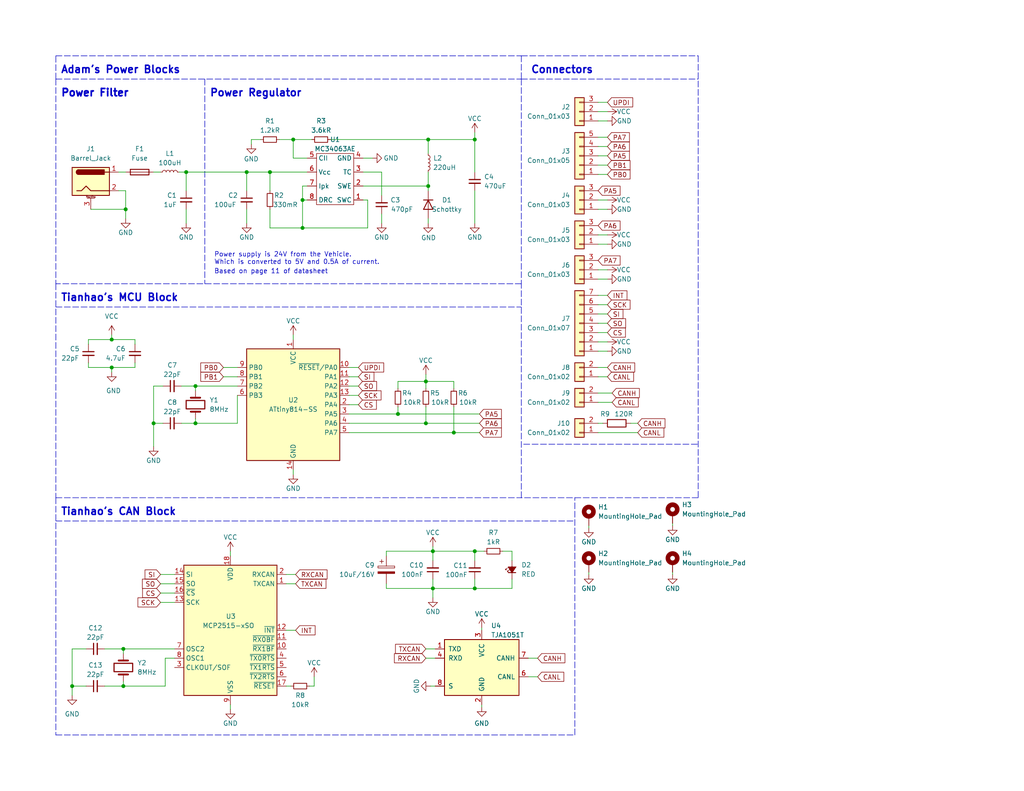
<source format=kicad_sch>
(kicad_sch (version 20211123) (generator eeschema)
  (paper "USLetter")
  (title_block (title "Chain Stretch Monitor Complete Circuit") (date "2023-02-22") (rev "1") (company "Oregon State ECE Senior Design") (comment 1 "Block Champion: Kai Roy") (comment 2 "Team Members: Adam G, Corbin K, Tianhao L"))
  (lib_symbols
    (symbol "Connector:Barrel_Jack_MountingPin" (pin_names hide)
      (property "Reference" "J1" (at 0 8.89 0))
      (property "Value" "Barrel_Jack" (at 0 6.35 0))
      (symbol "Barrel_Jack_MountingPin_1_1"
        (text "Mounting" (at 0 -4.191 0) (effects (font (size 0.381 0.381))))
        (pin passive line (at 7.62 2.54 180) (length 2.54) (name "~") (number "1"))
        (pin passive line (at 7.62 -2.54 180) (length 2.54) (name "~") (number "2"))
        (pin passive line (at 0 -7.62 90) (length 3.048) (name "MountPin") (number "3"))
      )
    )
    (symbol "Connector_Generic:Conn_01x02" (pin_names (offset 1.016) hide)
      (property "Reference" "J" (at 0 2.54 0))
      (property "Value" "Conn_01x02" (at 0 -5.08 0))
      (symbol "Conn_01x02_1_1"
        (pin passive line (at -5.08 0 0) (length 3.81) (name "Pin_1") (number "1"))
        (pin passive line (at -5.08 -2.54 0) (length 3.81) (name "Pin_2") (number "2"))
      )
    )
    (symbol "Connector_Generic:Conn_01x03" (pin_names (offset 1.016) hide)
      (property "Reference" "J" (at 0 5.08 0))
      (property "Value" "Conn_01x03" (at 0 -5.08 0))
      (symbol "Conn_01x03_1_1"
        (pin passive line (at -5.08 2.54 0) (length 3.81) (name "Pin_1") (number "1"))
        (pin passive line (at -5.08 0 0) (length 3.81) (name "Pin_2") (number "2"))
        (pin passive line (at -5.08 -2.54 0) (length 3.81) (name "Pin_3") (number "3"))
      )
    )
    (symbol "Connector_Generic:Conn_01x05" (pin_names (offset 1.016) hide)
      (property "Reference" "J" (at 0 7.62 0))
      (property "Value" "Conn_01x05" (at 0 -7.62 0))
      (symbol "Conn_01x05_1_1"
        (pin passive line (at -5.08 5.08 0) (length 3.81) (name "Pin_1") (number "1"))
        (pin passive line (at -5.08 2.54 0) (length 3.81) (name "Pin_2") (number "2"))
        (pin passive line (at -5.08 0 0) (length 3.81) (name "Pin_3") (number "3"))
        (pin passive line (at -5.08 -2.54 0) (length 3.81) (name "Pin_4") (number "4"))
        (pin passive line (at -5.08 -5.08 0) (length 3.81) (name "Pin_5") (number "5"))
      )
    )
    (symbol "Connector_Generic:Conn_01x07" (pin_names (offset 1.016) hide)
      (property "Reference" "J" (at 0 10.16 0))
      (property "Value" "Conn_01x07" (at 0 -10.16 0))
      (symbol "Conn_01x07_1_1"
        (pin passive line (at -5.08 7.62 0) (length 3.81) (name "Pin_1") (number "1"))
        (pin passive line (at -5.08 5.08 0) (length 3.81) (name "Pin_2") (number "2"))
        (pin passive line (at -5.08 2.54 0) (length 3.81) (name "Pin_3") (number "3"))
        (pin passive line (at -5.08 0 0) (length 3.81) (name "Pin_4") (number "4"))
        (pin passive line (at -5.08 -2.54 0) (length 3.81) (name "Pin_5") (number "5"))
        (pin passive line (at -5.08 -5.08 0) (length 3.81) (name "Pin_6") (number "6"))
        (pin passive line (at -5.08 -7.62 0) (length 3.81) (name "Pin_7") (number "7"))
      )
    )
    (symbol "Device:C_Polarized" (pin_numbers hide) (pin_names (offset 0.254))
      (property "Reference" "C" (at 0.635 2.54 0))
      (property "Value" "C_Polarized" (at 0.635 -2.54 0))
      (symbol "C_Polarized_1_1"
        (pin passive line (at 0 3.81 270) (length 2.794) (name "~") (number "1"))
        (pin passive line (at 0 -3.81 90) (length 2.794) (name "~") (number "2"))
      )
    )
    (symbol "Device:C_Small" (pin_numbers hide) (pin_names (offset 0.254) hide)
      (property "Reference" "C" (at 0.254 1.778 0))
      (property "Value" "C_Small" (at 0.254 -2.032 0))
      (symbol "C_Small_1_1"
        (pin passive line (at 0 2.54 270) (length 2.032) (name "~") (number "1"))
        (pin passive line (at 0 -2.54 90) (length 2.032) (name "~") (number "2"))
      )
    )
    (symbol "Device:Crystal" (pin_numbers hide) (pin_names (offset 1.016) hide)
      (property "Reference" "Y" (at 0 3.81 0))
      (property "Value" "Crystal" (at 0 -3.81 0))
      (symbol "Crystal_1_1"
        (pin passive line (at -3.81 0 0) (length 1.27) (name "1") (number "1"))
        (pin passive line (at 3.81 0 180) (length 1.27) (name "2") (number "2"))
      )
    )
    (symbol "Device:D" (pin_numbers hide) (pin_names (offset 1.016) hide)
      (property "Reference" "D" (at 0 2.54 0))
      (property "Value" "D" (at 0 -2.54 0))
      (symbol "D_1_1"
        (pin passive line (at -3.81 0 0) (length 2.54) (name "K") (number "1"))
        (pin passive line (at 3.81 0 180) (length 2.54) (name "A") (number "2"))
      )
    )
    (symbol "Device:Fuse" (pin_numbers hide) (pin_names (offset 0))
      (property "Reference" "F" (at 2.032 0 90))
      (property "Value" "Fuse" (at -1.905 0 90))
      (symbol "Fuse_1_1"
        (pin passive line (at 0 3.81 270) (length 1.27) (name "~") (number "1"))
        (pin passive line (at 0 -3.81 90) (length 1.27) (name "~") (number "2"))
      )
    )
    (symbol "Device:LED_Small_Filled" (pin_numbers hide) (pin_names (offset 0.254) hide)
      (property "Reference" "D" (at -1.27 3.175 0))
      (property "Value" "LED_Small_Filled" (at -4.445 -2.54 0))
      (symbol "LED_Small_Filled_1_1"
        (pin passive line (at -2.54 0 0) (length 1.778) (name "K") (number "1"))
        (pin passive line (at 2.54 0 180) (length 1.778) (name "A") (number "2"))
      )
    )
    (symbol "Device:L_Small" (pin_numbers hide) (pin_names (offset 0.254) hide)
      (property "Reference" "L" (at 0.762 1.016 0))
      (property "Value" "L_Small" (at 0.762 -1.016 0))
      (symbol "L_Small_1_1"
        (pin passive line (at 0 2.54 270) (length 0.508) (name "~") (number "1"))
        (pin passive line (at 0 -2.54 90) (length 0.508) (name "~") (number "2"))
      )
    )
    (symbol "Device:R" (pin_numbers hide) (pin_names (offset 0))
      (property "Reference" "R" (at 2.032 0 90))
      (property "Value" "R" (at 0 0 90))
      (symbol "R_1_1"
        (pin passive line (at 0 3.81 270) (length 1.27) (name "~") (number "1"))
        (pin passive line (at 0 -3.81 90) (length 1.27) (name "~") (number "2"))
      )
    )
    (symbol "Device:R_Small" (pin_numbers hide) (pin_names (offset 0.254) hide)
      (property "Reference" "R" (at 0.762 0.508 0))
      (property "Value" "R_Small" (at 0.762 -1.016 0))
      (symbol "R_Small_1_1"
        (pin passive line (at 0 2.54 270) (length 0.762) (name "~") (number "1"))
        (pin passive line (at 0 -2.54 90) (length 0.762) (name "~") (number "2"))
      )
    )
    (symbol "Interface_CAN_LIN:MCP2515-xSO"
      (property "Reference" "U" (at -10.16 19.685 0))
      (property "Value" "MCP2515-xSO" (at 19.05 20.32 0))
      (symbol "MCP2515-xSO_1_1"
        (pin output line (at 15.24 12.7 180) (length 2.54) (name "TXCAN") (number "1"))
        (pin output line (at 15.24 -5.08 180) (length 2.54) (name "~{RX1BF}") (number "10"))
        (pin output line (at 15.24 -2.54 180) (length 2.54) (name "~{RX0BF}") (number "11"))
        (pin output line (at 15.24 0 180) (length 2.54) (name "~{INT}") (number "12"))
        (pin input line (at -15.24 7.62 0) (length 2.54) (name "SCK") (number "13"))
        (pin input line (at -15.24 15.24 0) (length 2.54) (name "SI") (number "14"))
        (pin output line (at -15.24 12.7 0) (length 2.54) (name "SO") (number "15"))
        (pin input line (at -15.24 10.16 0) (length 2.54) (name "~{CS}") (number "16"))
        (pin input line (at 15.24 -15.24 180) (length 2.54) (name "~{RESET}") (number "17"))
        (pin power_in line (at 0 20.32 270) (length 2.54) (name "VDD") (number "18"))
        (pin input line (at 15.24 15.24 180) (length 2.54) (name "RXCAN") (number "2"))
        (pin output line (at -15.24 -10.16 0) (length 2.54) (name "CLKOUT/SOF") (number "3"))
        (pin input line (at 15.24 -7.62 180) (length 2.54) (name "~{TX0RTS}") (number "4"))
        (pin input line (at 15.24 -10.16 180) (length 2.54) (name "~{TX1RTS}") (number "5"))
        (pin input line (at 15.24 -12.7 180) (length 2.54) (name "~{TX2RTS}") (number "6"))
        (pin output line (at -15.24 -5.08 0) (length 2.54) (name "OSC2") (number "7"))
        (pin input line (at -15.24 -7.62 0) (length 2.54) (name "OSC1") (number "8"))
        (pin power_in line (at 0 -20.32 90) (length 2.54) (name "VSS") (number "9"))
      )
    )
    (symbol "Interface_CAN_LIN:TJA1051T" (pin_names (offset 1.016))
      (property "Reference" "U" (at -10.16 8.89 0))
      (property "Value" "TJA1051T" (at 1.27 8.89 0))
      (symbol "TJA1051T_1_1"
        (pin input line (at -12.7 5.08 0) (length 2.54) (name "TXD") (number "1"))
        (pin power_in line (at 0 -10.16 90) (length 2.54) (name "GND") (number "2"))
        (pin power_in line (at 0 10.16 270) (length 2.54) (name "VCC") (number "3"))
        (pin output line (at -12.7 2.54 0) (length 2.54) (name "RXD") (number "4"))
        (pin no_connect line (at -12.7 -2.54 0) (length 2.54) hide (name "n.c.") (number "5"))
        (pin bidirectional line (at 12.7 -2.54 180) (length 2.54) (name "CANL") (number "6"))
        (pin bidirectional line (at 12.7 2.54 180) (length 2.54) (name "CANH") (number "7"))
        (pin input line (at -12.7 -5.08 0) (length 2.54) (name "S") (number "8"))
      )
    )
    (symbol "MC34063AE:MC34063AE"
      (property "Reference" "U1" (at 0 -16.51 0))
      (property "Value" "MC34063AE" (at 0 -13.97 0))
      (symbol "MC34063AE_1_1"
        (pin open_collector line (at 7.62 0 180) (length 2.54) (name "SWC") (number "1"))
        (pin open_emitter line (at 7.62 -3.81 180) (length 2.54) (name "SWE") (number "2"))
        (pin output line (at 7.62 -7.62 180) (length 2.54) (name "TC") (number "3"))
        (pin output line (at 7.62 -11.43 180) (length 2.54) (name "GND") (number "4"))
        (pin input line (at -7.62 -11.43 0) (length 2.54) (name "CII") (number "5"))
        (pin power_in line (at -7.62 -7.62 0) (length 2.54) (name "Vcc") (number "6"))
        (pin input line (at -7.62 -3.81 0) (length 2.54) (name "Ipk") (number "7"))
        (pin open_collector line (at -7.62 0 0) (length 2.54) (name "DRC") (number "8"))
      )
    )
    (symbol "MCU_Microchip_ATtiny:ATtiny814-SS"
      (property "Reference" "U" (at -12.7 16.51 0))
      (property "Value" "ATtiny814-SS" (at 2.54 -16.51 0))
      (symbol "ATtiny814-SS_1_1"
        (pin power_in line (at 0 17.78 270) (length 2.54) (name "VCC") (number "1"))
        (pin bidirectional line (at 15.24 10.16 180) (length 2.54) (name "~{RESET}/PA0") (number "10"))
        (pin bidirectional line (at 15.24 7.62 180) (length 2.54) (name "PA1") (number "11"))
        (pin bidirectional line (at 15.24 5.08 180) (length 2.54) (name "PA2") (number "12"))
        (pin bidirectional line (at 15.24 2.54 180) (length 2.54) (name "PA3") (number "13"))
        (pin power_in line (at 0 -17.78 90) (length 2.54) (name "GND") (number "14"))
        (pin bidirectional line (at 15.24 0 180) (length 2.54) (name "PA4") (number "2"))
        (pin bidirectional line (at 15.24 -2.54 180) (length 2.54) (name "PA5") (number "3"))
        (pin bidirectional line (at 15.24 -5.08 180) (length 2.54) (name "PA6") (number "4"))
        (pin bidirectional line (at 15.24 -7.62 180) (length 2.54) (name "PA7") (number "5"))
        (pin bidirectional line (at -15.24 2.54 0) (length 2.54) (name "PB3") (number "6"))
        (pin bidirectional line (at -15.24 5.08 0) (length 2.54) (name "PB2") (number "7"))
        (pin bidirectional line (at -15.24 7.62 0) (length 2.54) (name "PB1") (number "8"))
        (pin bidirectional line (at -15.24 10.16 0) (length 2.54) (name "PB0") (number "9"))
      )
    )
    (symbol "Mechanical:MountingHole_Pad" (pin_numbers hide) (pin_names (offset 1.016) hide)
      (property "Reference" "H" (at 0 6.35 0))
      (property "Value" "MountingHole_Pad" (at 0 4.445 0))
      (symbol "MountingHole_Pad_1_1"
        (pin input line (at 0 -2.54 90) (length 2.54) (name "1") (number "1"))
      )
    )
    (symbol "power:GND" (power) (pin_names (offset 0))
      (property "Value" "GND" (at 0 -3.81 0))
      (symbol "GND_1_1"
        (pin power_in line (at 0 0 270) (length 0) hide (name "GND") (number "1"))
      )
    )
    (symbol "power:VCC" (power) (pin_names (offset 0))
      (property "Value" "VCC" (at 0 3.81 0))
      (symbol "VCC_1_1"
        (pin power_in line (at 0 0 90) (length 0) hide (name "VCC") (number "1"))
      )
    )
  )
  (junction (at 82.55 62.23))
  (junction (at 118.11 160.655))
  (junction (at 33.655 187.325))
  (junction (at 129.54 160.655))
  (junction (at 67.31 46.99))
  (junction (at 53.34 115.57))
  (junction (at 116.205 104.14))
  (junction (at 53.34 105.41))
  (junction (at 34.29 57.15))
  (junction (at 123.825 118.11))
  (junction (at 33.655 177.165))
  (junction (at 50.8 46.99))
  (junction (at 41.91 115.57))
  (junction (at 19.685 187.325))
  (junction (at 80.01 38.1))
  (junction (at 118.11 150.495))
  (junction (at 30.48 100.33))
  (junction (at 129.54 38.1))
  (junction (at 30.48 92.71))
  (junction (at 129.54 150.495))
  (junction (at 108.585 113.03))
  (junction (at 116.84 50.8))
  (junction (at 82.55 54.61))
  (junction (at 116.84 38.1))
  (junction (at 116.205 115.57))
  (junction (at 73.66 46.99))
  (polyline (pts (xy 190.5 135.89) (xy 142.24 135.89)))
  (wire (pts (xy 129.54 46.99) (xy 129.54 38.1)))
  (wire (pts (xy 129.54 158.115) (xy 129.54 160.655)))
  (wire (pts (xy 129.54 150.495) (xy 132.08 150.495)))
  (polyline (pts (xy 15.24 83.82) (xy 142.24 83.82)))
  (wire (pts (xy 49.53 115.57) (xy 53.34 115.57)))
  (wire (pts (xy 68.58 38.1) (xy 71.12 38.1)))
  (wire (pts (xy 129.54 52.07) (xy 129.54 60.96)))
  (wire (pts (xy 50.8 46.99) (xy 50.8 52.07)))
  (wire (pts (xy 163.195 100.33) (xy 165.735 100.33)))
  (wire (pts (xy 99.06 50.8) (xy 116.84 50.8)))
  (wire (pts (xy 85.725 184.785) (xy 85.725 187.325)))
  (wire (pts (xy 118.11 158.115) (xy 118.11 160.655)))
  (wire (pts (xy 19.685 187.325) (xy 23.495 187.325)))
  (wire (pts (xy 85.09 38.1) (xy 80.01 38.1)))
  (wire (pts (xy 80.01 43.18) (xy 80.01 38.1)))
  (wire (pts (xy 173.99 115.57) (xy 172.085 115.57)))
  (wire (pts (xy 108.585 104.14) (xy 116.205 104.14)))
  (wire (pts (xy 62.865 192.405) (xy 62.865 193.675)))
  (wire (pts (xy 45.085 179.705) (xy 45.085 187.325)))
  (wire (pts (xy 183.515 142.875) (xy 183.515 143.51)))
  (wire (pts (xy 73.66 46.99) (xy 83.82 46.99)))
  (wire (pts (xy 19.685 177.165) (xy 19.685 187.325)))
  (wire (pts (xy 118.11 150.495) (xy 105.41 150.495)))
  (wire (pts (xy 47.625 179.705) (xy 45.085 179.705)))
  (wire (pts (xy 33.655 177.165) (xy 33.655 178.435)))
  (polyline (pts (xy 15.24 15.24) (xy 142.24 15.24)))
  (wire (pts (xy 118.11 150.495) (xy 118.11 153.035)))
  (wire (pts (xy 34.29 52.07) (xy 34.29 57.15)))
  (wire (pts (xy 80.01 38.1) (xy 76.2 38.1)))
  (wire (pts (xy 53.34 105.41) (xy 64.77 105.41)))
  (wire (pts (xy 165.735 83.185) (xy 163.195 83.185)))
  (wire (pts (xy 167.005 109.855) (xy 163.195 109.855)))
  (wire (pts (xy 118.745 179.705) (xy 116.205 179.705)))
  (wire (pts (xy 118.11 150.495) (xy 129.54 150.495)))
  (polyline (pts (xy 15.24 21.59) (xy 142.24 21.59)))
  (wire (pts (xy 73.66 62.23) (xy 82.55 62.23)))
  (wire (pts (xy 68.58 39.37) (xy 68.58 38.1)))
  (wire (pts (xy 95.25 100.33) (xy 97.79 100.33)))
  (wire (pts (xy 24.13 92.71) (xy 30.48 92.71)))
  (wire (pts (xy 95.25 115.57) (xy 116.205 115.57)))
  (wire (pts (xy 32.385 46.99) (xy 34.29 46.99)))
  (wire (pts (xy 165.735 80.645) (xy 163.195 80.645)))
  (wire (pts (xy 30.48 92.71) (xy 36.83 92.71)))
  (wire (pts (xy 41.91 46.99) (xy 43.815 46.99)))
  (polyline (pts (xy 15.24 135.89) (xy 142.24 135.89)))
  (wire (pts (xy 165.735 33.02) (xy 163.195 33.02)))
  (wire (pts (xy 84.455 187.325) (xy 85.725 187.325)))
  (wire (pts (xy 165.735 47.625) (xy 163.195 47.625)))
  (wire (pts (xy 53.34 105.41) (xy 53.34 106.68)))
  (wire (pts (xy 33.655 177.165) (xy 47.625 177.165)))
  (wire (pts (xy 165.735 54.61) (xy 163.195 54.61)))
  (wire (pts (xy 116.205 115.57) (xy 130.81 115.57)))
  (polyline (pts (xy 142.24 21.59) (xy 190.5 21.59)))
  (wire (pts (xy 41.91 115.57) (xy 41.91 121.92)))
  (wire (pts (xy 165.735 40.005) (xy 163.195 40.005)))
  (wire (pts (xy 117.475 187.325) (xy 118.745 187.325)))
  (wire (pts (xy 73.66 62.23) (xy 73.66 57.15)))
  (wire (pts (xy 165.735 45.085) (xy 163.195 45.085)))
  (wire (pts (xy 116.205 111.125) (xy 116.205 115.57)))
  (wire (pts (xy 78.105 172.085) (xy 80.645 172.085)))
  (wire (pts (xy 28.575 177.165) (xy 33.655 177.165)))
  (wire (pts (xy 82.55 50.8) (xy 82.55 54.61)))
  (wire (pts (xy 116.84 41.91) (xy 116.84 38.1)))
  (wire (pts (xy 30.48 100.33) (xy 36.83 100.33)))
  (wire (pts (xy 118.11 150.495) (xy 118.11 149.225)))
  (wire (pts (xy 43.815 161.925) (xy 47.625 161.925)))
  (wire (pts (xy 165.735 30.48) (xy 163.195 30.48)))
  (wire (pts (xy 105.41 150.495) (xy 105.41 151.765)))
  (wire (pts (xy 83.82 54.61) (xy 82.55 54.61)))
  (wire (pts (xy 78.105 187.325) (xy 79.375 187.325)))
  (wire (pts (xy 90.17 38.1) (xy 116.84 38.1)))
  (wire (pts (xy 139.7 160.655) (xy 129.54 160.655)))
  (wire (pts (xy 104.14 53.34) (xy 104.14 46.99)))
  (wire (pts (xy 116.205 102.235) (xy 116.205 104.14)))
  (wire (pts (xy 163.195 115.57) (xy 164.465 115.57)))
  (wire (pts (xy 53.34 115.57) (xy 53.34 114.3)))
  (wire (pts (xy 43.815 159.385) (xy 47.625 159.385)))
  (wire (pts (xy 80.01 91.44) (xy 80.01 92.71)))
  (wire (pts (xy 28.575 187.325) (xy 33.655 187.325)))
  (wire (pts (xy 45.085 187.325) (xy 33.655 187.325)))
  (wire (pts (xy 19.685 187.325) (xy 19.685 189.865)))
  (wire (pts (xy 165.735 85.725) (xy 163.195 85.725)))
  (wire (pts (xy 30.48 101.6) (xy 30.48 100.33)))
  (wire (pts (xy 83.82 43.18) (xy 80.01 43.18)))
  (wire (pts (xy 165.735 76.2) (xy 163.195 76.2)))
  (wire (pts (xy 41.91 105.41) (xy 41.91 115.57)))
  (wire (pts (xy 95.25 110.49) (xy 97.79 110.49)))
  (wire (pts (xy 123.825 118.11) (xy 130.81 118.11)))
  (polyline (pts (xy 142.24 135.89) (xy 142.24 77.47)))
  (wire (pts (xy 67.31 60.96) (xy 67.31 57.15)))
  (wire (pts (xy 160.655 143.51) (xy 160.655 144.145)))
  (wire (pts (xy 41.91 105.41) (xy 44.45 105.41)))
  (polyline (pts (xy 15.24 21.59) (xy 15.24 77.47)))
  (wire (pts (xy 165.735 37.465) (xy 163.195 37.465)))
  (wire (pts (xy 19.685 177.165) (xy 23.495 177.165)))
  (wire (pts (xy 24.13 99.06) (xy 24.13 100.33)))
  (polyline (pts (xy 15.24 135.89) (xy 15.24 200.66)))
  (wire (pts (xy 49.53 105.41) (xy 53.34 105.41)))
  (wire (pts (xy 108.585 113.03) (xy 130.81 113.03)))
  (wire (pts (xy 78.105 159.385) (xy 80.645 159.385)))
  (wire (pts (xy 33.655 187.325) (xy 33.655 186.055)))
  (wire (pts (xy 60.96 102.87) (xy 64.77 102.87)))
  (wire (pts (xy 83.82 50.8) (xy 82.55 50.8)))
  (polyline (pts (xy 15.24 77.47) (xy 15.24 135.89)))
  (polyline (pts (xy 15.24 21.59) (xy 15.24 15.24)))
  (wire (pts (xy 50.8 57.15) (xy 50.8 60.96)))
  (wire (pts (xy 165.735 66.675) (xy 163.195 66.675)))
  (polyline (pts (xy 156.845 200.66) (xy 156.845 135.89)))
  (polyline (pts (xy 142.24 15.24) (xy 190.5 15.24)))
  (wire (pts (xy 64.77 115.57) (xy 53.34 115.57)))
  (wire (pts (xy 165.735 27.94) (xy 163.195 27.94)))
  (wire (pts (xy 131.445 171.45) (xy 131.445 172.085)))
  (wire (pts (xy 95.25 113.03) (xy 108.585 113.03)))
  (wire (pts (xy 43.815 164.465) (xy 47.625 164.465)))
  (wire (pts (xy 123.825 104.14) (xy 123.825 106.045)))
  (polyline (pts (xy 142.24 21.59) (xy 142.24 77.47)))
  (wire (pts (xy 64.77 107.95) (xy 64.77 115.57)))
  (wire (pts (xy 116.84 38.1) (xy 129.54 38.1)))
  (wire (pts (xy 160.655 156.21) (xy 160.655 156.845)))
  (wire (pts (xy 50.8 46.99) (xy 67.31 46.99)))
  (wire (pts (xy 163.195 95.885) (xy 165.735 95.885)))
  (wire (pts (xy 139.7 158.115) (xy 139.7 160.655)))
  (wire (pts (xy 129.54 150.495) (xy 129.54 153.035)))
  (wire (pts (xy 165.735 57.15) (xy 163.195 57.15)))
  (wire (pts (xy 41.91 115.57) (xy 44.45 115.57)))
  (wire (pts (xy 99.06 46.99) (xy 104.14 46.99)))
  (wire (pts (xy 144.145 184.785) (xy 146.685 184.785)))
  (wire (pts (xy 95.25 107.95) (xy 97.79 107.95)))
  (wire (pts (xy 48.895 46.99) (xy 50.8 46.99)))
  (wire (pts (xy 163.195 107.315) (xy 167.005 107.315)))
  (wire (pts (xy 99.06 54.61) (xy 100.33 54.61)))
  (wire (pts (xy 129.54 36.195) (xy 129.54 38.1)))
  (wire (pts (xy 43.815 156.845) (xy 47.625 156.845)))
  (wire (pts (xy 80.01 129.54) (xy 80.01 128.27)))
  (polyline (pts (xy 15.24 200.66) (xy 156.845 200.66)))
  (wire (pts (xy 116.84 52.07) (xy 116.84 50.8)))
  (wire (pts (xy 165.735 102.87) (xy 163.195 102.87)))
  (wire (pts (xy 67.31 46.99) (xy 73.66 46.99)))
  (wire (pts (xy 165.735 90.805) (xy 163.195 90.805)))
  (wire (pts (xy 165.735 42.545) (xy 163.195 42.545)))
  (wire (pts (xy 78.105 156.845) (xy 80.645 156.845)))
  (polyline (pts (xy 142.24 77.47) (xy 15.24 77.47)))
  (wire (pts (xy 118.745 177.165) (xy 116.205 177.165)))
  (wire (pts (xy 62.865 150.495) (xy 62.865 151.765)))
  (wire (pts (xy 105.41 159.385) (xy 105.41 160.655)))
  (wire (pts (xy 137.16 150.495) (xy 139.7 150.495)))
  (wire (pts (xy 116.84 59.69) (xy 116.84 60.96)))
  (wire (pts (xy 105.41 160.655) (xy 118.11 160.655)))
  (wire (pts (xy 116.84 50.8) (xy 116.84 46.99)))
  (wire (pts (xy 95.25 105.41) (xy 97.79 105.41)))
  (polyline (pts (xy 55.88 21.59) (xy 55.88 77.47)))
  (wire (pts (xy 101.6 43.18) (xy 99.06 43.18)))
  (wire (pts (xy 173.99 118.11) (xy 163.195 118.11)))
  (wire (pts (xy 183.515 156.21) (xy 183.515 156.845)))
  (wire (pts (xy 131.445 193.04) (xy 131.445 192.405)))
  (wire (pts (xy 116.205 104.14) (xy 123.825 104.14)))
  (wire (pts (xy 30.48 91.44) (xy 30.48 92.71)))
  (wire (pts (xy 165.735 88.265) (xy 163.195 88.265)))
  (wire (pts (xy 104.14 58.42) (xy 104.14 60.96)))
  (wire (pts (xy 118.11 160.655) (xy 118.11 163.195)))
  (wire (pts (xy 118.11 160.655) (xy 129.54 160.655)))
  (wire (pts (xy 108.585 111.125) (xy 108.585 113.03)))
  (wire (pts (xy 24.765 57.15) (xy 34.29 57.15)))
  (wire (pts (xy 32.385 52.07) (xy 34.29 52.07)))
  (wire (pts (xy 30.48 100.33) (xy 24.13 100.33)))
  (wire (pts (xy 116.205 104.14) (xy 116.205 106.045)))
  (wire (pts (xy 100.33 62.23) (xy 82.55 62.23)))
  (wire (pts (xy 139.7 150.495) (xy 139.7 153.035)))
  (wire (pts (xy 165.735 64.135) (xy 163.195 64.135)))
  (polyline (pts (xy 15.24 142.24) (xy 156.845 142.24)))
  (wire (pts (xy 73.66 52.07) (xy 73.66 46.99)))
  (wire (pts (xy 24.13 92.71) (xy 24.13 93.98)))
  (wire (pts (xy 95.25 118.11) (xy 123.825 118.11)))
  (wire (pts (xy 67.31 46.99) (xy 67.31 52.07)))
  (wire (pts (xy 36.83 99.06) (xy 36.83 100.33)))
  (wire (pts (xy 36.83 92.71) (xy 36.83 93.98)))
  (wire (pts (xy 82.55 54.61) (xy 82.55 62.23)))
  (wire (pts (xy 108.585 106.045) (xy 108.585 104.14)))
  (polyline (pts (xy 142.875 121.285) (xy 190.5 121.285)))
  (polyline (pts (xy 142.24 15.24) (xy 142.24 21.59)))
  (wire (pts (xy 163.195 93.345) (xy 165.735 93.345)))
  (wire (pts (xy 144.145 179.705) (xy 146.685 179.705)))
  (wire (pts (xy 95.25 102.87) (xy 97.79 102.87)))
  (wire (pts (xy 34.29 57.15) (xy 34.29 59.69)))
  (wire (pts (xy 123.825 111.125) (xy 123.825 118.11)))
  (polyline (pts (xy 190.5 15.24) (xy 190.5 135.89)))
  (wire (pts (xy 165.735 73.66) (xy 163.195 73.66)))
  (wire (pts (xy 60.96 100.33) (xy 64.77 100.33)))
  (wire (pts (xy 100.33 54.61) (xy 100.33 62.23)))
  (text "Power Filter\n" (at 16.51 26.67 0) (effects (font (size 2 2) (thickness 0.45) bold) (justify left bottom)))
  (text "Tianhao's MCU Block" (at 16.51 82.55 0) (effects (font (size 2 2) bold) (justify left bottom)))
  (text "Adam's Power Blocks" (at 16.51 20.32 0) (effects (font (size 2 2) bold) (justify left bottom)))
  (text "Tianhao's CAN Block" (at 16.51 140.97 0) (effects (font (size 2 2) bold) (justify left bottom)))
  (text "Power supply is 24V from the Vehicle. \nWhich is converted to 5V and 0.5A of current." (at 58.42 72.39 0) (effects (font (size 1.27 1.27)) (justify left bottom)))
  (text "Power Regulator" (at 57.15 26.67 0) (effects (font (size 2 2) (thickness 0.4) bold) (justify left bottom)))
  (text "Connectors" (at 144.78 20.32 0) (effects (font (size 2 2) bold) (justify left bottom)))
  (text "Based on page 11 of datasheet" (at 58.42 74.93 0) (effects (font (size 1.27 1.27)) (justify left bottom)))
  (global_label "PA6" (shape input) (at 130.81 115.57 0) (property "Intersheet References" "${INTERSHEET_REFS}" (effects hide)))
  (global_label "CANL" (shape input) (at 173.99 118.11 0) (property "Intersheet References" "${INTERSHEET_REFS}" (effects hide)))
  (global_label "PA6" (shape input) (at 163.195 61.595 0) (property "Intersheet References" "${INTERSHEET_REFS}" (effects hide)))
  (global_label "SCK" (shape input) (at 43.815 164.465 180) (property "Intersheet References" "${INTERSHEET_REFS}" (effects hide)))
  (global_label "INT" (shape input) (at 165.735 80.645 0) (property "Intersheet References" "${INTERSHEET_REFS}" (effects hide)))
  (global_label "SCK" (shape input) (at 97.79 107.95 0) (property "Intersheet References" "${INTERSHEET_REFS}" (effects hide)))
  (global_label "CANH" (shape input) (at 173.99 115.57 0) (property "Intersheet References" "${INTERSHEET_REFS}" (effects hide)))
  (global_label "CS" (shape input) (at 97.79 110.49 0) (property "Intersheet References" "${INTERSHEET_REFS}" (effects hide)))
  (global_label "SO" (shape input) (at 43.815 159.385 180) (property "Intersheet References" "${INTERSHEET_REFS}" (effects hide)))
  (global_label "PA5" (shape input) (at 165.735 42.545 0) (property "Intersheet References" "${INTERSHEET_REFS}" (effects hide)))
  (global_label "CANL" (shape input) (at 146.685 184.785 0) (property "Intersheet References" "${INTERSHEET_REFS}" (effects hide)))
  (global_label "SI" (shape input) (at 165.735 85.725 0) (property "Intersheet References" "${INTERSHEET_REFS}" (effects hide)))
  (global_label "TXCAN" (shape input) (at 80.645 159.385 0) (property "Intersheet References" "${INTERSHEET_REFS}" (effects hide)))
  (global_label "PB0" (shape input) (at 60.96 100.33 180) (property "Intersheet References" "${INTERSHEET_REFS}" (effects hide)))
  (global_label "TXCAN" (shape input) (at 116.205 177.165 180) (property "Intersheet References" "${INTERSHEET_REFS}" (effects hide)))
  (global_label "SO" (shape input) (at 97.79 105.41 0) (property "Intersheet References" "${INTERSHEET_REFS}" (effects hide)))
  (global_label "SI" (shape input) (at 43.815 156.845 180) (property "Intersheet References" "${INTERSHEET_REFS}" (effects hide)))
  (global_label "UPDI" (shape input) (at 165.735 27.94 0) (property "Intersheet References" "${INTERSHEET_REFS}" (effects hide)))
  (global_label "SI" (shape input) (at 97.79 102.87 0) (property "Intersheet References" "${INTERSHEET_REFS}" (effects hide)))
  (global_label "PA7" (shape input) (at 165.735 37.465 0) (property "Intersheet References" "${INTERSHEET_REFS}" (effects hide)))
  (global_label "RXCAN" (shape input) (at 116.205 179.705 180) (property "Intersheet References" "${INTERSHEET_REFS}" (effects hide)))
  (global_label "PA5" (shape input) (at 130.81 113.03 0) (property "Intersheet References" "${INTERSHEET_REFS}" (effects hide)))
  (global_label "CANL" (shape input) (at 167.005 109.855 0) (property "Intersheet References" "${INTERSHEET_REFS}" (effects hide)))
  (global_label "SCK" (shape input) (at 165.735 83.185 0) (property "Intersheet References" "${INTERSHEET_REFS}" (effects hide)))
  (global_label "CS" (shape input) (at 165.735 90.805 0) (property "Intersheet References" "${INTERSHEET_REFS}" (effects hide)))
  (global_label "PB1" (shape input) (at 60.96 102.87 180) (property "Intersheet References" "${INTERSHEET_REFS}" (effects hide)))
  (global_label "RXCAN" (shape input) (at 80.645 156.845 0) (property "Intersheet References" "${INTERSHEET_REFS}" (effects hide)))
  (global_label "UPDI" (shape input) (at 97.79 100.33 0) (property "Intersheet References" "${INTERSHEET_REFS}" (effects hide)))
  (global_label "PA7" (shape input) (at 130.81 118.11 0) (property "Intersheet References" "${INTERSHEET_REFS}" (effects hide)))
  (global_label "CANH" (shape input) (at 165.735 100.33 0) (property "Intersheet References" "${INTERSHEET_REFS}" (effects hide)))
  (global_label "PA6" (shape input) (at 165.735 40.005 0) (property "Intersheet References" "${INTERSHEET_REFS}" (effects hide)))
  (global_label "CANL" (shape input) (at 165.735 102.87 0) (property "Intersheet References" "${INTERSHEET_REFS}" (effects hide)))
  (global_label "PA5" (shape input) (at 163.195 52.07 0) (property "Intersheet References" "${INTERSHEET_REFS}" (effects hide)))
  (global_label "CS" (shape input) (at 43.815 161.925 180) (property "Intersheet References" "${INTERSHEET_REFS}" (effects hide)))
  (global_label "CANH" (shape input) (at 146.685 179.705 0) (property "Intersheet References" "${INTERSHEET_REFS}" (effects hide)))
  (global_label "PB1" (shape input) (at 165.735 45.085 0) (property "Intersheet References" "${INTERSHEET_REFS}" (effects hide)))
  (global_label "SO" (shape input) (at 165.735 88.265 0) (property "Intersheet References" "${INTERSHEET_REFS}" (effects hide)))
  (global_label "INT" (shape input) (at 80.645 172.085 0) (property "Intersheet References" "${INTERSHEET_REFS}" (effects hide)))
  (global_label "PB0" (shape input) (at 165.735 47.625 0) (property "Intersheet References" "${INTERSHEET_REFS}" (effects hide)))
  (global_label "PA7" (shape input) (at 163.195 71.12 0) (property "Intersheet References" "${INTERSHEET_REFS}" (effects hide)))
  (global_label "CANH" (shape input) (at 167.005 107.315 0) (property "Intersheet References" "${INTERSHEET_REFS}" (effects hide)))
  (symbol (lib_id "Connector_Generic:Conn_01x02") (at 158.115 102.87 180) (unit 1)
    (property "Reference" "J8" (at 155.575 100.33 0) (effects (justify left)))
    (property "Value" "Conn_01x02" (at 155.575 102.87 0) (effects (justify left)))
    (property "Footprint" "Connector_JST:JST_PH_B2B-PH-K_1x02_P2.00mm_Vertical" (effects hide))
  )
  (symbol (lib_id "Device:R_Small") (at 134.62 150.495 270) (unit 1)
    (property "Reference" "R7" (at 134.62 145.415 90))
    (property "Value" "1kR" (at 134.62 147.955 90))
    (property "Footprint" "Resistor_SMD:R_0805_2012Metric_Pad1.20x1.40mm_HandSolder" (effects hide))
    (property "Mouser" "667-ERJ-PB6B1001V" (effects hide))
  )
  (symbol (lib_id "Device:C_Small") (at 129.54 49.53 0) (unit 1)
    (property "Reference" "C4" (at 132.08 48.2662 0) (effects (justify left)))
    (property "Value" "470uF" (at 132.08 50.8062 0) (effects (justify left)))
    (property "Footprint" "Capacitor_SMD:CP_Elec_8x10" (effects hide))
    (property "Datasheet" "https://www.mouser.com/ProductDetail/KYOCERA-AVX/APZ0809471M010R?qs=sGAEpiMZZMs9%2FSpGH%2Fyc7H4DtwGVYQ5JYTBc4s7XuVJRblxwyeX4hA%3D%3D" (effects hide))
    (property "Mouser" "581-APZ0809471M010R" (effects hide))
  )
  (symbol (lib_id "Mechanical:MountingHole_Pad") (at 183.515 153.67 0) (unit 1)
    (property "Reference" "H4" (at 186.055 151.1299 0) (effects (justify left)))
    (property "Value" "MountingHole_Pad" (at 186.055 153.6699 0) (effects (justify left)))
    (property "Footprint" "MountingHole:MountingHole_3.2mm_M3_ISO14580_Pad_TopBottom" (effects hide))
  )
  (symbol (lib_id "Device:C_Small") (at 50.8 54.61 0) (unit 1)
    (property "Reference" "C1" (at 48.26 53.34 0) (effects (justify right)))
    (property "Value" "1uF" (at 48.26 55.88 0) (effects (justify right)))
    (property "Footprint" "Capacitor_THT:C_Radial_D5.0mm_H11.0mm_P2.00mm" (effects hide))
    (property "Datasheet" "https://www.mouser.com/ProductDetail/Wurth-Elektronik/860020672005?qs=0KOYDY2FL29w5cS8aahRvQ%3D%3D" (effects hide))
    (property "Mouser" "710-860020672005" (effects hide))
  )
  (symbol (lib_id "power:GND") (at 131.445 193.04 0) (unit 1)
    (property "Reference" "#PWR0115" (effects hide))
    (property "Value" "GND" (at 131.445 197.485 0))
  )
  (symbol (lib_id "power:GND") (at 80.01 129.54 0) (unit 1)
    (property "Reference" "#PWR0109" (effects hide))
    (property "Value" "GND" (at 80.01 133.35 0))
  )
  (symbol (lib_id "power:VCC") (at 30.48 91.44 0) (unit 1)
    (property "Reference" "#PWR0102" (effects hide))
    (property "Value" "VCC" (at 30.48 86.36 0))
  )
  (symbol (lib_id "Device:C_Small") (at 24.13 96.52 0) (unit 1)
    (property "Reference" "C5" (at 19.05 95.25 0) (effects (justify left)))
    (property "Value" "22pF" (at 21.59 97.79 0) (effects (justify right)))
    (property "Footprint" "Capacitor_SMD:C_0805_2012Metric_Pad1.18x1.45mm_HandSolder" (effects hide))
    (property "Mouser" "80-C0805C220J4HACTU" (effects hide))
  )
  (symbol (lib_id "power:GND") (at 117.475 187.325 270) (unit 1)
    (property "Reference" "#PWR0111" (effects hide))
    (property "Value" "GND" (at 113.665 187.325 0))
  )
  (symbol (lib_id "Connector_Generic:Conn_01x02") (at 158.115 118.11 180) (unit 1)
    (property "Reference" "J10" (at 155.575 115.57 0) (effects (justify left)))
    (property "Value" "Conn_01x02" (at 155.575 118.11 0) (effects (justify left)))
    (property "Footprint" "Connector_PinHeader_2.54mm:PinHeader_1x02_P2.54mm_Vertical" (effects hide))
  )
  (symbol (lib_id "power:GND") (at 19.685 189.865 0) (unit 1)
    (property "Reference" "#PWR0106" (effects hide))
    (property "Value" "GND" (at 19.685 194.945 0))
  )
  (symbol (lib_id "Connector_Generic:Conn_01x07") (at 158.115 88.265 180) (unit 1)
    (property "Reference" "J7" (at 155.575 86.995 0) (effects (justify left)))
    (property "Value" "Conn_01x07" (at 155.575 89.535 0) (effects (justify left)))
    (property "Footprint" "Connector_PinHeader_2.54mm:PinHeader_1x07_P2.54mm_Vertical" (effects hide))
  )
  (symbol (lib_id "power:GND") (at 30.48 101.6 0) (unit 1)
    (property "Reference" "#PWR0110" (effects hide))
    (property "Value" "GND" (at 33.02 106.68 0) (effects (justify right)))
  )
  (symbol (lib_id "power:GND") (at 165.735 57.15 90) (mirror x) (unit 1)
    (property "Reference" "#PWR011" (effects hide))
    (property "Value" "GND" (at 168.275 57.15 90) (effects (justify right)))
  )
  (symbol (lib_id "power:GND") (at 50.8 60.96 0) (unit 1)
    (property "Reference" "#PWR01" (effects hide))
    (property "Value" "GND" (at 50.8 64.77 0))
  )
  (symbol (lib_id "Connector_Generic:Conn_01x03") (at 158.115 30.48 180) (unit 1)
    (property "Reference" "J2" (at 155.575 29.21 0) (effects (justify left)))
    (property "Value" "Conn_01x03" (at 155.575 31.75 0) (effects (justify left)))
    (property "Footprint" "Connector_PinHeader_2.54mm:PinHeader_1x03_P2.54mm_Vertical" (effects hide))
  )
  (symbol (lib_id "power:GND") (at 41.91 121.92 0) (unit 1)
    (property "Reference" "#PWR0101" (effects hide))
    (property "Value" "GND" (at 41.91 125.73 0))
  )
  (symbol (lib_id "power:GND") (at 129.54 60.96 0) (mirror y) (unit 1)
    (property "Reference" "#PWR07" (effects hide))
    (property "Value" "GND" (at 129.54 64.77 0))
  )
  (symbol (lib_id "Device:Crystal") (at 33.655 182.245 270) (unit 1)
    (property "Reference" "Y2" (at 37.465 180.9749 90) (effects (justify left)))
    (property "Value" "8MHz" (at 37.465 183.5149 90) (effects (justify left)))
    (property "Footprint" "Crystal:Crystal_HC49-U_Vertical" (effects hide))
    (property "Datasheet" "https://ecsxtal.com/store/pdf/csm-7x.pdf" (effects hide))
    (property "Mouser" "520-HCA800-18" (effects hide))
  )
  (symbol (lib_id "power:VCC") (at 116.205 102.235 0) (unit 1)
    (property "Reference" "#PWR08" (effects hide))
    (property "Value" "VCC" (at 116.205 98.425 0))
  )
  (symbol (lib_id "Device:R") (at 168.275 115.57 90) (unit 1)
    (property "Reference" "R9" (at 165.1 113.03 90))
    (property "Value" "120R" (at 170.18 113.03 90))
    (property "Footprint" "Resistor_SMD:R_0805_2012Metric_Pad1.20x1.40mm_HandSolder" (effects hide))
    (property "Mouser" "667-ERJ-T06J121V" (effects hide))
  )
  (symbol (lib_id "Connector_Generic:Conn_01x03") (at 158.115 64.135 180) (unit 1)
    (property "Reference" "J5" (at 155.575 62.865 0) (effects (justify left)))
    (property "Value" "Conn_01x03" (at 155.575 65.405 0) (effects (justify left)))
    (property "Footprint" "Connector_JST:JST_PH_B3B-PH-K_1x03_P2.00mm_Vertical" (effects hide))
  )
  (symbol (lib_id "power:GND") (at 165.735 76.2 90) (mirror x) (unit 1)
    (property "Reference" "#PWR015" (effects hide))
    (property "Value" "GND" (at 168.275 76.2 90) (effects (justify right)))
  )
  (symbol (lib_id "Device:R_Small") (at 81.915 187.325 90) (unit 1)
    (property "Reference" "R8" (at 81.915 189.865 90))
    (property "Value" "10kR" (at 81.915 192.405 90))
    (property "Footprint" "Resistor_SMD:R_0805_2012Metric_Pad1.20x1.40mm_HandSolder" (effects hide))
    (property "Mouser" "667-ERJ-PB6B1002V" (effects hide))
  )
  (symbol (lib_id "Mechanical:MountingHole_Pad") (at 160.655 140.97 0) (unit 1)
    (property "Reference" "H1" (at 163.195 138.4299 0) (effects (justify left)))
    (property "Value" "MountingHole_Pad" (at 163.195 140.9699 0) (effects (justify left)))
    (property "Footprint" "MountingHole:MountingHole_3.2mm_M3_ISO14580_Pad_TopBottom" (effects hide))
  )
  (symbol (lib_id "Device:C_Small") (at 36.83 96.52 0) (unit 1)
    (property "Reference" "C6" (at 34.29 95.25 0) (effects (justify right)))
    (property "Value" "4.7uF" (at 34.29 97.79 0) (effects (justify right)))
    (property "Footprint" "Capacitor_SMD:C_0805_2012Metric_Pad1.18x1.45mm_HandSolder" (effects hide))
    (property "Mouser" "81-GCJ21BR71C475KA1L" (effects hide))
  )
  (symbol (lib_id "Interface_CAN_LIN:MCP2515-xSO") (at 62.865 172.085 0) (unit 1)
    (property "Reference" "U3" (at 61.595 168.275 0) (effects (justify left)))
    (property "Value" "MCP2515-xSO" (at 55.245 170.815 0) (effects (justify left)))
    (property "Footprint" "Package_SO:SOIC-18W_7.5x11.6mm_P1.27mm" (effects hide))
    (property "Datasheet" "http://ww1.microchip.com/downloads/en/DeviceDoc/21801e.pdf" (effects hide))
    (property "Mouser" "579-MCP2515-I/SO" (effects hide))
  )
  (symbol (lib_id "power:GND") (at 183.515 143.51 0) (unit 1)
    (property "Reference" "#PWR018" (effects hide))
    (property "Value" "GND" (at 183.515 147.32 0))
  )
  (symbol (lib_id "Device:C_Small") (at 104.14 55.88 180) (unit 1)
    (property "Reference" "C3" (at 109.22 54.61 0) (effects (justify left)))
    (property "Value" "470pF" (at 112.7277 57.1539 0) (effects (justify left)))
    (property "Footprint" "Capacitor_SMD:C_0805_2012Metric_Pad1.18x1.45mm_HandSolder" (effects hide))
    (property "Mouser" "581-0805YC471K" (effects hide))
  )
  (symbol (lib_id "power:VCC") (at 80.01 91.44 0) (unit 1)
    (property "Reference" "#PWR0103" (effects hide))
    (property "Value" "VCC" (at 80.01 87.63 0))
  )
  (symbol (lib_id "Device:R_Small") (at 123.825 108.585 0) (unit 1)
    (property "Reference" "R6" (at 127.635 107.315 0) (effects (justify right)))
    (property "Value" "10kR" (at 130.175 109.855 0) (effects (justify right)))
    (property "Footprint" "Resistor_SMD:R_0805_2012Metric_Pad1.20x1.40mm_HandSolder" (effects hide))
    (property "Mouser" "667-ERJ-PB6B1002V" (effects hide))
  )
  (symbol (lib_id "power:GND") (at 165.735 95.885 90) (unit 1)
    (property "Reference" "#PWR0105" (effects hide))
    (property "Value" "GND" (at 168.275 95.885 90) (effects (justify right)))
  )
  (symbol (lib_id "Connector_Generic:Conn_01x03") (at 158.115 54.61 180) (unit 1)
    (property "Reference" "J4" (at 155.575 53.34 0) (effects (justify left)))
    (property "Value" "Conn_01x03" (at 155.575 55.88 0) (effects (justify left)))
    (property "Footprint" "Connector_JST:JST_PH_B3B-PH-K_1x03_P2.00mm_Vertical" (effects hide))
  )
  (symbol (lib_id "power:GND") (at 34.29 59.69 0) (unit 1)
    (property "Reference" "#PWR09" (effects hide))
    (property "Value" "GND" (at 34.29 63.5 0))
  )
  (symbol (lib_id "power:GND") (at 67.31 60.96 0) (mirror y) (unit 1)
    (property "Reference" "#PWR02" (effects hide))
    (property "Value" "GND" (at 67.31 64.77 0))
  )
  (symbol (lib_id "Device:C_Small") (at 26.035 177.165 90) (unit 1)
    (property "Reference" "C12" (at 26.035 171.45 90))
    (property "Value" "22pF" (at 26.035 173.99 90))
    (property "Footprint" "Capacitor_SMD:C_0805_2012Metric_Pad1.18x1.45mm_HandSolder" (effects hide))
    (property "Mouser" "80-C0805C220J4HACTU" (effects hide))
  )
  (symbol (lib_id "power:GND") (at 104.14 60.96 0) (mirror y) (unit 1)
    (property "Reference" "#PWR05" (effects hide))
    (property "Value" "GND" (at 104.14 64.77 0))
  )
  (symbol (lib_id "Device:R_Small") (at 73.66 38.1 270) (unit 1)
    (property "Reference" "R1" (at 73.66 33.02 90))
    (property "Value" "1.2kR" (at 73.66 35.56 90))
    (property "Footprint" "Resistor_SMD:R_0805_2012Metric_Pad1.20x1.40mm_HandSolder" (effects hide))
    (property "Mouser" "667-ERJ-PB6B1201V" (effects hide))
  )
  (symbol (lib_id "Device:L_Small") (at 46.355 46.99 90) (unit 1)
    (property "Reference" "L1" (at 46.355 41.91 90))
    (property "Value" "100uH" (at 46.355 44.45 90))
    (property "Footprint" "Inductor_THT:L_Axial_L16.0mm_D6.3mm_P5.08mm_Vertical_Fastron_VHBCC" (effects hide))
    (property "Datasheet" "https://www.mouser.com/ProductDetail/Bel-Signal-Transformer/SFAPI-101K-UL?qs=rQFj71Wb1eU2GmpN%2Fg520g%3D%3D" (effects hide))
    (property "Mouser" "530-SFAPI-101K-UL" (effects hide))
  )
  (symbol (lib_id "power:GND") (at 118.11 163.195 0) (unit 1)
    (property "Reference" "#PWR0118" (effects hide))
    (property "Value" "GND" (at 118.11 167.005 0))
  )
  (symbol (lib_id "power:VCC") (at 165.735 54.61 270) (mirror x) (unit 1)
    (property "Reference" "#PWR010" (effects hide))
    (property "Value" "VCC" (at 168.275 54.61 90) (effects (justify left)))
  )
  (symbol (lib_id "Connector_Generic:Conn_01x03") (at 158.115 73.66 180) (unit 1)
    (property "Reference" "J6" (at 155.575 72.39 0) (effects (justify left)))
    (property "Value" "Conn_01x03" (at 155.575 74.93 0) (effects (justify left)))
    (property "Footprint" "Connector_JST:JST_PH_B3B-PH-K_1x03_P2.00mm_Vertical" (effects hide))
  )
  (symbol (lib_id "Device:C_Small") (at 67.31 54.61 0) (unit 1)
    (property "Reference" "C2" (at 62.23 53.34 0) (effects (justify left)))
    (property "Value" "100uF" (at 58.42 55.88 0) (effects (justify left)))
    (property "Footprint" "Capacitor_SMD:C_Elec_10x10.2" (effects hide))
    (property "Datasheet" "https://www.mouser.com/ProductDetail/KEMET/A781MN107M1HLAS030?qs=sGAEpiMZZMs9%2FSpGH%2Fyc7H4DtwGVYQ5J23T0k9xY%252BjvOSRgasxKSFw%3D%3D" (effects hide))
    (property "Mouser" "80-A781MN107M1HLAS30" (effects hide))
  )
  (symbol (lib_id "Device:C_Small") (at 118.11 155.575 180) (unit 1)
    (property "Reference" "C10" (at 115.57 154.305 0) (effects (justify left)))
    (property "Value" "100nF" (at 115.57 156.845 0) (effects (justify left)))
    (property "Footprint" "Capacitor_SMD:C_0805_2012Metric_Pad1.18x1.45mm_HandSolder" (effects hide))
    (property "Mouser" "581-0805YC104M4T2A" (effects hide))
  )
  (symbol (lib_id "power:VCC") (at 165.735 30.48 270) (mirror x) (unit 1)
    (property "Reference" "#PWR0107" (effects hide))
    (property "Value" "VCC" (at 168.275 30.48 90) (effects (justify left)))
  )
  (symbol (lib_id "Device:R_Small") (at 108.585 108.585 0) (unit 1)
    (property "Reference" "R4" (at 112.395 107.315 0) (effects (justify right)))
    (property "Value" "10kR" (at 114.935 109.855 0) (effects (justify right)))
    (property "Footprint" "Resistor_SMD:R_0805_2012Metric_Pad1.20x1.40mm_HandSolder" (effects hide))
    (property "Mouser" "667-ERJ-PB6B1002V" (effects hide))
  )
  (symbol (lib_id "power:VCC") (at 85.725 184.785 0) (unit 1)
    (property "Reference" "#PWR0113" (effects hide))
    (property "Value" "VCC" (at 85.725 180.975 0))
  )
  (symbol (lib_id "Device:C_Polarized") (at 105.41 155.575 0) (unit 1)
    (property "Reference" "C9" (at 102.235 154.305 0) (effects (justify right)))
    (property "Value" "10uF/16V" (at 102.235 156.845 0) (effects (justify right)))
    (property "Footprint" "Capacitor_SMD:C_1206_3216Metric_Pad1.33x1.80mm_HandSolder" (effects hide))
    (property "Datasheet" "https://product.tdk.com/system/files/dam/doc/product/capacitor/ceramic/mlcc/catalog/mlcc_commercial_general_en.pdf" (effects hide))
    (property "Mouser" "80-C1206C106Z4VACTU" (effects hide))
  )
  (symbol (lib_id "power:GND") (at 101.6 43.18 90) (mirror x) (unit 1)
    (property "Reference" "#PWR04" (effects hide))
    (property "Value" "GND" (at 106.68 43.18 90))
  )
  (symbol (lib_id "power:VCC") (at 129.54 36.195 0) (unit 1)
    (property "Reference" "#PWR0119" (effects hide))
    (property "Value" "VCC" (at 129.54 32.385 0))
  )
  (symbol (lib_id "Device:LED_Small_Filled") (at 139.7 155.575 90) (unit 1)
    (property "Reference" "D2" (at 142.24 154.2414 90) (effects (justify right)))
    (property "Value" "RED" (at 142.24 156.7814 90) (effects (justify right)))
    (property "Footprint" "LED_SMD:LED_0805_2012Metric_Pad1.15x1.40mm_HandSolder" (effects hide))
    (property "Datasheet" "https://optoelectronics.liteon.com/upload/download/DS22-2000-223/LTST-C191KRKT.PDF" (effects hide))
    (property "Digikey" "LTST-C191KRKT" (effects hide))
    (property "Mouser" "720-LSR976-NR-1" (effects hide))
  )
  (symbol (lib_id "Device:C_Small") (at 46.99 115.57 90) (unit 1)
    (property "Reference" "C8" (at 46.99 109.855 90))
    (property "Value" "22pF" (at 46.99 112.395 90))
    (property "Footprint" "Capacitor_SMD:C_0805_2012Metric_Pad1.18x1.45mm_HandSolder" (effects hide))
    (property "Mouser" "80-C0805C220J4HACTU" (effects hide))
  )
  (symbol (lib_id "power:GND") (at 165.735 66.675 90) (mirror x) (unit 1)
    (property "Reference" "#PWR013" (effects hide))
    (property "Value" "GND" (at 168.275 66.675 90) (effects (justify right)))
  )
  (symbol (lib_id "Device:R_Small") (at 73.66 54.61 0) (unit 1)
    (property "Reference" "R2" (at 77.47 53.34 0) (effects (justify right)))
    (property "Value" "330mR" (at 81.28 55.88 0) (effects (justify right)))
    (property "Footprint" "Resistor_SMD:R_1206_3216Metric_Pad1.30x1.75mm_HandSolder" (effects hide))
    (property "Datasheet" "https://www.mouser.com/ProductDetail/Wurth-Elektronik/561070332096?qs=unwgFEO1A6tnpCUDyqbJ0g%3D%3D" (effects hide))
    (property "Mouser" "710-561070332096" (effects hide))
  )
  (symbol (lib_id "power:VCC") (at 165.735 93.345 270) (unit 1)
    (property "Reference" "#PWR0104" (effects hide))
    (property "Value" "VCC" (at 168.275 93.345 90) (effects (justify left)))
  )
  (symbol (lib_id "power:VCC") (at 165.735 73.66 270) (mirror x) (unit 1)
    (property "Reference" "#PWR014" (effects hide))
    (property "Value" "VCC" (at 168.275 73.66 90) (effects (justify left)))
  )
  (symbol (lib_id "Connector:Barrel_Jack_MountingPin") (at 24.765 49.53 0) (unit 1)
    (property "Reference" "J1" (at 24.765 40.64 0))
    (property "Value" "Barrel_Jack" (at 24.765 43.18 0))
    (property "Footprint" "Connector_BarrelJack:BarrelJack_CUI_PJ-102AH_Horizontal" (effects hide))
    (property "Mouser" "490-PJ-102AH" (effects hide))
  )
  (symbol (lib_id "Device:D") (at 116.84 55.88 90) (mirror x) (unit 1)
    (property "Reference" "D1" (at 121.92 54.61 90))
    (property "Value" "Schottky" (at 121.92 57.15 90))
    (property "Footprint" "Diode_SMD:D_1206_3216Metric_Pad1.42x1.75mm_HandSolder" (effects hide))
    (property "Mouser" "581-SD1206T040S1R0" (effects hide))
  )
  (symbol (lib_id "power:GND") (at 160.655 144.145 0) (unit 1)
    (property "Reference" "#PWR016" (effects hide))
    (property "Value" "GND" (at 160.655 147.955 0))
  )
  (symbol (lib_id "power:VCC") (at 62.865 150.495 0) (unit 1)
    (property "Reference" "#PWR0112" (effects hide))
    (property "Value" "VCC" (at 62.865 146.685 0))
  )
  (symbol (lib_id "power:VCC") (at 165.735 64.135 270) (mirror x) (unit 1)
    (property "Reference" "#PWR012" (effects hide))
    (property "Value" "VCC" (at 168.275 64.135 90) (effects (justify left)))
  )
  (symbol (lib_id "Device:Crystal") (at 53.34 110.49 270) (unit 1)
    (property "Reference" "Y1" (at 57.15 109.2199 90) (effects (justify left)))
    (property "Value" "8MHz" (at 57.15 111.7599 90) (effects (justify left)))
    (property "Footprint" "Crystal:Crystal_HC49-U_Vertical" (effects hide))
    (property "Datasheet" "https://ecsxtal.com/store/pdf/csm-7x.pdf" (effects hide))
    (property "Mouser" "520-HCA800-18" (effects hide))
  )
  (symbol (lib_id "power:GND") (at 165.735 33.02 90) (mirror x) (unit 1)
    (property "Reference" "#PWR0108" (effects hide))
    (property "Value" "GND" (at 168.275 33.02 90) (effects (justify right)))
  )
  (symbol (lib_id "MC34063AE:MC34063AE") (at 91.44 54.61 0) (mirror x) (unit 1)
    (property "Reference" "U1" (at 91.44 38.1 0))
    (property "Value" "MC34063AE" (at 91.44 40.64 0))
    (property "Footprint" "Package_SO:SOIC-8_3.9x4.9mm_P1.27mm" (effects hide))
    (property "Mouser" "595-MC34063ADR" (effects hide))
  )
  (symbol (lib_id "Device:R_Small") (at 87.63 38.1 270) (unit 1)
    (property "Reference" "R3" (at 87.63 33.02 90))
    (property "Value" "3.6kR" (at 87.63 35.56 90))
    (property "Footprint" "Resistor_SMD:R_0805_2012Metric_Pad1.20x1.40mm_HandSolder" (effects hide))
    (property "Mouser" "667-ERJ-PB6B3601V" (effects hide))
  )
  (symbol (lib_id "Device:Fuse") (at 38.1 46.99 90) (unit 1)
    (property "Reference" "F1" (at 38.1 40.64 90))
    (property "Value" "Fuse" (at 38.1 43.18 90))
    (property "Footprint" "Fuse:Fuseholder_Cylinder-5x20mm_Schurter_0031_8201_Horizontal_Open" (effects hide))
    (property "Mouser" "693-0031.8201" (effects hide))
  )
  (symbol (lib_id "power:GND") (at 116.84 60.96 0) (mirror y) (unit 1)
    (property "Reference" "#PWR06" (effects hide))
    (property "Value" "GND" (at 114.8851 64.9135 0) (effects (justify right)))
  )
  (symbol (lib_id "Connector_Generic:Conn_01x05") (at 158.115 42.545 180) (unit 1)
    (property "Reference" "J3" (at 155.575 41.275 0) (effects (justify left)))
    (property "Value" "Conn_01x05" (at 155.575 43.815 0) (effects (justify left)))
    (property "Footprint" "Connector_PinHeader_2.54mm:PinHeader_1x05_P2.54mm_Vertical" (effects hide))
  )
  (symbol (lib_id "Device:C_Small") (at 129.54 155.575 180) (unit 1)
    (property "Reference" "C11" (at 127.5908 154.3858 0) (effects (justify left)))
    (property "Value" "100nF" (at 127.5908 156.9258 0) (effects (justify left)))
    (property "Footprint" "Capacitor_SMD:C_0805_2012Metric_Pad1.18x1.45mm_HandSolder" (effects hide))
    (property "Mouser" "581-0805YC104M4T2A" (effects hide))
  )
  (symbol (lib_id "MCU_Microchip_ATtiny:ATtiny814-SS") (at 80.01 110.49 0) (unit 1)
    (property "Reference" "U2" (at 80.01 109.22 0))
    (property "Value" "ATtiny814-SS" (at 80.01 111.76 0))
    (property "Footprint" "Package_SO:SOIC-14_3.9x8.7mm_P1.27mm" (effects hide))
    (property "Datasheet" "http://ww1.microchip.com/downloads/en/DeviceDoc/40001912A.pdf" (effects hide))
    (property "Mouser" "579-ATTINY814-SSN" (effects hide))
  )
  (symbol (lib_id "Connector_Generic:Conn_01x02") (at 158.115 109.855 180) (unit 1)
    (property "Reference" "J9" (at 155.575 107.315 0) (effects (justify left)))
    (property "Value" "Conn_01x02" (at 155.575 109.855 0) (effects (justify left)))
    (property "Footprint" "Connector_PinHeader_2.54mm:PinHeader_1x02_P2.54mm_Vertical" (effects hide))
  )
  (symbol (lib_id "Mechanical:MountingHole_Pad") (at 183.515 140.335 0) (unit 1)
    (property "Reference" "H3" (at 186.055 137.7949 0) (effects (justify left)))
    (property "Value" "MountingHole_Pad" (at 186.055 140.3349 0) (effects (justify left)))
    (property "Footprint" "MountingHole:MountingHole_3.2mm_M3_ISO14580_Pad_TopBottom" (effects hide))
  )
  (symbol (lib_id "Device:C_Small") (at 26.035 187.325 90) (unit 1)
    (property "Reference" "C13" (at 26.035 181.61 90))
    (property "Value" "22pF" (at 26.035 184.15 90))
    (property "Footprint" "Capacitor_SMD:C_0805_2012Metric_Pad1.18x1.45mm_HandSolder" (effects hide))
    (property "Mouser" "80-C0805C220J4HACTU" (effects hide))
  )
  (symbol (lib_id "power:GND") (at 68.58 39.37 0) (mirror y) (unit 1)
    (property "Reference" "#PWR03" (effects hide))
    (property "Value" "GND" (at 70.6005 43.4 0) (effects (justify left)))
  )
  (symbol (lib_id "power:GND") (at 62.865 193.675 0) (unit 1)
    (property "Reference" "#PWR0114" (effects hide))
    (property "Value" "GND" (at 62.865 197.485 0))
  )
  (symbol (lib_id "power:GND") (at 160.655 156.845 0) (unit 1)
    (property "Reference" "#PWR017" (effects hide))
    (property "Value" "GND" (at 160.655 160.655 0))
  )
  (symbol (lib_id "power:VCC") (at 131.445 171.45 0) (unit 1)
    (property "Reference" "#PWR0116" (effects hide))
    (property "Value" "VCC" (at 131.445 167.64 0))
  )
  (symbol (lib_id "power:GND") (at 183.515 156.845 0) (unit 1)
    (property "Reference" "#PWR019" (effects hide))
    (property "Value" "GND" (at 183.515 160.655 0))
  )
  (symbol (lib_id "power:VCC") (at 118.11 149.225 0) (unit 1)
    (property "Reference" "#PWR0117" (effects hide))
    (property "Value" "VCC" (at 118.11 145.415 0))
  )
  (symbol (lib_id "Mechanical:MountingHole_Pad") (at 160.655 153.67 0) (unit 1)
    (property "Reference" "H2" (at 163.195 151.1299 0) (effects (justify left)))
    (property "Value" "MountingHole_Pad" (at 163.195 153.6699 0) (effects (justify left)))
    (property "Footprint" "MountingHole:MountingHole_3.2mm_M3_ISO14580_Pad_TopBottom" (effects hide))
  )
  (symbol (lib_id "Interface_CAN_LIN:TJA1051T") (at 131.445 182.245 0) (unit 1)
    (property "Reference" "U4" (at 133.985 170.815 0) (effects (justify left)))
    (property "Value" "TJA1051T" (at 133.985 173.355 0) (effects (justify left)))
    (property "Footprint" "Package_SO:SOIC-8_3.9x4.9mm_P1.27mm" (effects hide))
    (property "Datasheet" "http://www.nxp.com/documents/data_sheet/TJA1051.pdf" (effects hide))
    (property "Mouser" "771-TJA1051T3118" (effects hide))
  )
  (symbol (lib_id "Device:C_Small") (at 46.99 105.41 90) (unit 1)
    (property "Reference" "C7" (at 46.99 99.695 90))
    (property "Value" "22pF" (at 46.99 102.235 90))
    (property "Footprint" "Capacitor_SMD:C_0805_2012Metric_Pad1.18x1.45mm_HandSolder" (effects hide))
    (property "Mouser" "80-C0805C220J4HACTU" (effects hide))
  )
  (symbol (lib_id "Device:L_Small") (at 116.84 44.45 0) (unit 1)
    (property "Reference" "L2" (at 120.65 43.18 0) (effects (justify right)))
    (property "Value" "220uH" (at 124.46 45.72 0) (effects (justify right)))
    (property "Footprint" "Inductor_THT:L_Axial_L16.0mm_D7.5mm_P5.08mm_Vertical_Fastron_XHBCC" (effects hide))
    (property "Datasheet" "https://www.mouser.com/ProductDetail/Bourns/5800-221-RC?qs=UhUgWT7Q6Vt8RYxRyMV0zA%3D%3D" (effects hide))
    (property "Mouser" "542-5800-221-RC" (effects hide))
  )
  (symbol (lib_id "Device:R_Small") (at 116.205 108.585 0) (unit 1)
    (property "Reference" "R5" (at 120.015 107.315 0) (effects (justify right)))
    (property "Value" "10kR" (at 122.555 109.855 0) (effects (justify right)))
    (property "Footprint" "Resistor_SMD:R_0805_2012Metric_Pad1.20x1.40mm_HandSolder" (effects hide))
    (property "Mouser" "667-ERJ-PB6B1002V" (effects hide))
  )
)
</source>
